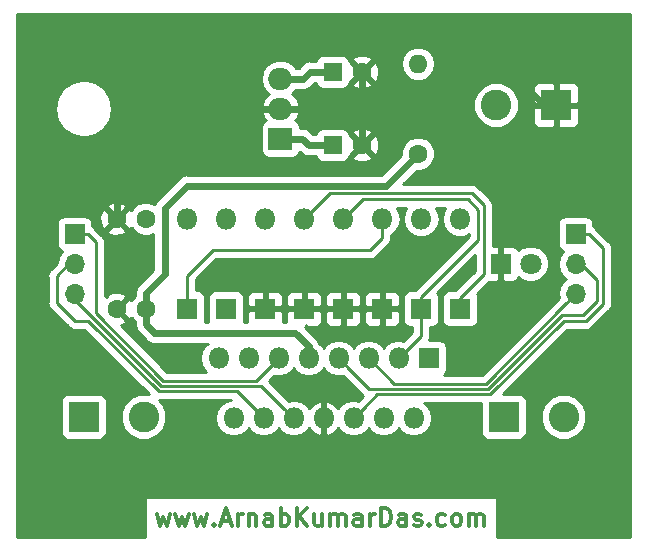
<source format=gbr>
G04 #@! TF.GenerationSoftware,KiCad,Pcbnew,(5.0.2)-1*
G04 #@! TF.CreationDate,2020-05-10T23:04:12+05:30*
G04 #@! TF.ProjectId,L298 Module,4c323938-204d-46f6-9475-6c652e6b6963,V1.0*
G04 #@! TF.SameCoordinates,Original*
G04 #@! TF.FileFunction,Copper,L1,Top*
G04 #@! TF.FilePolarity,Positive*
%FSLAX46Y46*%
G04 Gerber Fmt 4.6, Leading zero omitted, Abs format (unit mm)*
G04 Created by KiCad (PCBNEW (5.0.2)-1) date 05/10/20 23:04:12*
%MOMM*%
%LPD*%
G01*
G04 APERTURE LIST*
G04 #@! TA.AperFunction,NonConductor*
%ADD10C,0.300000*%
G04 #@! TD*
G04 #@! TA.AperFunction,ComponentPad*
%ADD11O,2.000000X1.905000*%
G04 #@! TD*
G04 #@! TA.AperFunction,ComponentPad*
%ADD12R,2.000000X1.905000*%
G04 #@! TD*
G04 #@! TA.AperFunction,ComponentPad*
%ADD13R,1.600000X1.600000*%
G04 #@! TD*
G04 #@! TA.AperFunction,ComponentPad*
%ADD14C,1.600000*%
G04 #@! TD*
G04 #@! TA.AperFunction,ComponentPad*
%ADD15R,1.800000X1.800000*%
G04 #@! TD*
G04 #@! TA.AperFunction,ComponentPad*
%ADD16C,1.800000*%
G04 #@! TD*
G04 #@! TA.AperFunction,ComponentPad*
%ADD17O,1.800000X1.800000*%
G04 #@! TD*
G04 #@! TA.AperFunction,ComponentPad*
%ADD18R,2.600000X2.600000*%
G04 #@! TD*
G04 #@! TA.AperFunction,ComponentPad*
%ADD19C,2.600000*%
G04 #@! TD*
G04 #@! TA.AperFunction,ComponentPad*
%ADD20R,1.700000X1.700000*%
G04 #@! TD*
G04 #@! TA.AperFunction,ComponentPad*
%ADD21O,1.700000X1.700000*%
G04 #@! TD*
G04 #@! TA.AperFunction,ComponentPad*
%ADD22O,1.600000X1.600000*%
G04 #@! TD*
G04 #@! TA.AperFunction,Conductor*
%ADD23C,0.600000*%
G04 #@! TD*
G04 #@! TA.AperFunction,Conductor*
%ADD24C,0.250000*%
G04 #@! TD*
G04 #@! TA.AperFunction,Conductor*
%ADD25C,0.254000*%
G04 #@! TD*
G04 APERTURE END LIST*
D10*
X131921576Y-117960990D02*
X132207290Y-118960990D01*
X132493005Y-118246704D01*
X132778719Y-118960990D01*
X133064433Y-117960990D01*
X133493005Y-117960990D02*
X133778719Y-118960990D01*
X134064433Y-118246704D01*
X134350148Y-118960990D01*
X134635862Y-117960990D01*
X135064433Y-117960990D02*
X135350148Y-118960990D01*
X135635862Y-118246704D01*
X135921576Y-118960990D01*
X136207290Y-117960990D01*
X136778719Y-118818133D02*
X136850148Y-118889561D01*
X136778719Y-118960990D01*
X136707290Y-118889561D01*
X136778719Y-118818133D01*
X136778719Y-118960990D01*
X137421576Y-118532419D02*
X138135862Y-118532419D01*
X137278719Y-118960990D02*
X137778719Y-117460990D01*
X138278719Y-118960990D01*
X138778719Y-118960990D02*
X138778719Y-117960990D01*
X138778719Y-118246704D02*
X138850148Y-118103847D01*
X138921576Y-118032419D01*
X139064433Y-117960990D01*
X139207290Y-117960990D01*
X139707290Y-117960990D02*
X139707290Y-118960990D01*
X139707290Y-118103847D02*
X139778719Y-118032419D01*
X139921576Y-117960990D01*
X140135862Y-117960990D01*
X140278719Y-118032419D01*
X140350148Y-118175276D01*
X140350148Y-118960990D01*
X141707290Y-118960990D02*
X141707290Y-118175276D01*
X141635862Y-118032419D01*
X141493005Y-117960990D01*
X141207290Y-117960990D01*
X141064433Y-118032419D01*
X141707290Y-118889561D02*
X141564433Y-118960990D01*
X141207290Y-118960990D01*
X141064433Y-118889561D01*
X140993005Y-118746704D01*
X140993005Y-118603847D01*
X141064433Y-118460990D01*
X141207290Y-118389561D01*
X141564433Y-118389561D01*
X141707290Y-118318133D01*
X142421576Y-118960990D02*
X142421576Y-117460990D01*
X142421576Y-118032419D02*
X142564433Y-117960990D01*
X142850148Y-117960990D01*
X142993005Y-118032419D01*
X143064433Y-118103847D01*
X143135862Y-118246704D01*
X143135862Y-118675276D01*
X143064433Y-118818133D01*
X142993005Y-118889561D01*
X142850148Y-118960990D01*
X142564433Y-118960990D01*
X142421576Y-118889561D01*
X143778719Y-118960990D02*
X143778719Y-117460990D01*
X144635862Y-118960990D02*
X143993005Y-118103847D01*
X144635862Y-117460990D02*
X143778719Y-118318133D01*
X145921576Y-117960990D02*
X145921576Y-118960990D01*
X145278719Y-117960990D02*
X145278719Y-118746704D01*
X145350148Y-118889561D01*
X145493005Y-118960990D01*
X145707290Y-118960990D01*
X145850148Y-118889561D01*
X145921576Y-118818133D01*
X146635862Y-118960990D02*
X146635862Y-117960990D01*
X146635862Y-118103847D02*
X146707290Y-118032419D01*
X146850148Y-117960990D01*
X147064433Y-117960990D01*
X147207290Y-118032419D01*
X147278719Y-118175276D01*
X147278719Y-118960990D01*
X147278719Y-118175276D02*
X147350148Y-118032419D01*
X147493005Y-117960990D01*
X147707290Y-117960990D01*
X147850148Y-118032419D01*
X147921576Y-118175276D01*
X147921576Y-118960990D01*
X149278719Y-118960990D02*
X149278719Y-118175276D01*
X149207290Y-118032419D01*
X149064433Y-117960990D01*
X148778719Y-117960990D01*
X148635862Y-118032419D01*
X149278719Y-118889561D02*
X149135862Y-118960990D01*
X148778719Y-118960990D01*
X148635862Y-118889561D01*
X148564433Y-118746704D01*
X148564433Y-118603847D01*
X148635862Y-118460990D01*
X148778719Y-118389561D01*
X149135862Y-118389561D01*
X149278719Y-118318133D01*
X149993005Y-118960990D02*
X149993005Y-117960990D01*
X149993005Y-118246704D02*
X150064433Y-118103847D01*
X150135862Y-118032419D01*
X150278719Y-117960990D01*
X150421576Y-117960990D01*
X150921576Y-118960990D02*
X150921576Y-117460990D01*
X151278719Y-117460990D01*
X151493005Y-117532419D01*
X151635862Y-117675276D01*
X151707290Y-117818133D01*
X151778719Y-118103847D01*
X151778719Y-118318133D01*
X151707290Y-118603847D01*
X151635862Y-118746704D01*
X151493005Y-118889561D01*
X151278719Y-118960990D01*
X150921576Y-118960990D01*
X153064433Y-118960990D02*
X153064433Y-118175276D01*
X152993005Y-118032419D01*
X152850148Y-117960990D01*
X152564433Y-117960990D01*
X152421576Y-118032419D01*
X153064433Y-118889561D02*
X152921576Y-118960990D01*
X152564433Y-118960990D01*
X152421576Y-118889561D01*
X152350148Y-118746704D01*
X152350148Y-118603847D01*
X152421576Y-118460990D01*
X152564433Y-118389561D01*
X152921576Y-118389561D01*
X153064433Y-118318133D01*
X153707290Y-118889561D02*
X153850148Y-118960990D01*
X154135862Y-118960990D01*
X154278719Y-118889561D01*
X154350148Y-118746704D01*
X154350148Y-118675276D01*
X154278719Y-118532419D01*
X154135862Y-118460990D01*
X153921576Y-118460990D01*
X153778719Y-118389561D01*
X153707290Y-118246704D01*
X153707290Y-118175276D01*
X153778719Y-118032419D01*
X153921576Y-117960990D01*
X154135862Y-117960990D01*
X154278719Y-118032419D01*
X154993005Y-118818133D02*
X155064433Y-118889561D01*
X154993005Y-118960990D01*
X154921576Y-118889561D01*
X154993005Y-118818133D01*
X154993005Y-118960990D01*
X156350148Y-118889561D02*
X156207290Y-118960990D01*
X155921576Y-118960990D01*
X155778719Y-118889561D01*
X155707290Y-118818133D01*
X155635862Y-118675276D01*
X155635862Y-118246704D01*
X155707290Y-118103847D01*
X155778719Y-118032419D01*
X155921576Y-117960990D01*
X156207290Y-117960990D01*
X156350148Y-118032419D01*
X157207290Y-118960990D02*
X157064433Y-118889561D01*
X156993005Y-118818133D01*
X156921576Y-118675276D01*
X156921576Y-118246704D01*
X156993005Y-118103847D01*
X157064433Y-118032419D01*
X157207290Y-117960990D01*
X157421576Y-117960990D01*
X157564433Y-118032419D01*
X157635862Y-118103847D01*
X157707290Y-118246704D01*
X157707290Y-118675276D01*
X157635862Y-118818133D01*
X157564433Y-118889561D01*
X157421576Y-118960990D01*
X157207290Y-118960990D01*
X158350148Y-118960990D02*
X158350148Y-117960990D01*
X158350148Y-118103847D02*
X158421576Y-118032419D01*
X158564433Y-117960990D01*
X158778719Y-117960990D01*
X158921576Y-118032419D01*
X158993005Y-118175276D01*
X158993005Y-118960990D01*
X158993005Y-118175276D02*
X159064433Y-118032419D01*
X159207290Y-117960990D01*
X159421576Y-117960990D01*
X159564433Y-118032419D01*
X159635862Y-118175276D01*
X159635862Y-118960990D01*
D11*
G04 #@! TO.P,U1,3*
G04 #@! TO.N,+5V*
X142400000Y-81104000D03*
G04 #@! TO.P,U1,2*
G04 #@! TO.N,GND*
X142400000Y-83644000D03*
D12*
G04 #@! TO.P,U1,1*
G04 #@! TO.N,+BATT*
X142400000Y-86184000D03*
G04 #@! TD*
D13*
G04 #@! TO.P,C1,1*
G04 #@! TO.N,+BATT*
X146812000Y-86741000D03*
D14*
G04 #@! TO.P,C1,2*
G04 #@! TO.N,GND*
X149312000Y-86741000D03*
G04 #@! TD*
G04 #@! TO.P,C2,2*
G04 #@! TO.N,GND*
X149312000Y-80518000D03*
D13*
G04 #@! TO.P,C2,1*
G04 #@! TO.N,+5V*
X146812000Y-80518000D03*
G04 #@! TD*
D14*
G04 #@! TO.P,C3,2*
G04 #@! TO.N,+5V*
X131024000Y-100584000D03*
G04 #@! TO.P,C3,1*
G04 #@! TO.N,GND*
X128524000Y-100584000D03*
G04 #@! TD*
G04 #@! TO.P,C4,1*
G04 #@! TO.N,GND*
X128524000Y-92964000D03*
G04 #@! TO.P,C4,2*
G04 #@! TO.N,+BATT*
X131024000Y-92964000D03*
G04 #@! TD*
D15*
G04 #@! TO.P,D1,1*
G04 #@! TO.N,GND*
X161036000Y-96774000D03*
D16*
G04 #@! TO.P,D1,2*
G04 #@! TO.N,Net-(D1-Pad2)*
X163576000Y-96774000D03*
G04 #@! TD*
D15*
G04 #@! TO.P,D2,1*
G04 #@! TO.N,Net-(D2-Pad1)*
X137795000Y-100584000D03*
D17*
G04 #@! TO.P,D2,2*
G04 #@! TO.N,+BATT*
X137795000Y-92964000D03*
G04 #@! TD*
G04 #@! TO.P,D3,2*
G04 #@! TO.N,Net-(D2-Pad1)*
X141097000Y-92964000D03*
D15*
G04 #@! TO.P,D3,1*
G04 #@! TO.N,GND*
X141097000Y-100584000D03*
G04 #@! TD*
D17*
G04 #@! TO.P,D4,2*
G04 #@! TO.N,+BATT*
X157607000Y-92964000D03*
D15*
G04 #@! TO.P,D4,1*
G04 #@! TO.N,Net-(D4-Pad1)*
X157607000Y-100584000D03*
G04 #@! TD*
G04 #@! TO.P,D5,1*
G04 #@! TO.N,GND*
X144399000Y-100584000D03*
D17*
G04 #@! TO.P,D5,2*
G04 #@! TO.N,Net-(D4-Pad1)*
X144399000Y-92964000D03*
G04 #@! TD*
D15*
G04 #@! TO.P,D6,1*
G04 #@! TO.N,Net-(D6-Pad1)*
X154305000Y-100584000D03*
D17*
G04 #@! TO.P,D6,2*
G04 #@! TO.N,+BATT*
X154305000Y-92964000D03*
G04 #@! TD*
G04 #@! TO.P,D7,2*
G04 #@! TO.N,Net-(D6-Pad1)*
X147701000Y-92964000D03*
D15*
G04 #@! TO.P,D7,1*
G04 #@! TO.N,GND*
X147701000Y-100584000D03*
G04 #@! TD*
D17*
G04 #@! TO.P,D8,2*
G04 #@! TO.N,+BATT*
X134493000Y-92964000D03*
D15*
G04 #@! TO.P,D8,1*
G04 #@! TO.N,Net-(D8-Pad1)*
X134493000Y-100584000D03*
G04 #@! TD*
G04 #@! TO.P,D9,1*
G04 #@! TO.N,GND*
X151003000Y-100584000D03*
D17*
G04 #@! TO.P,D9,2*
G04 #@! TO.N,Net-(D8-Pad1)*
X151003000Y-92964000D03*
G04 #@! TD*
D18*
G04 #@! TO.P,POWER,1*
G04 #@! TO.N,GND*
X165735000Y-83339000D03*
D19*
G04 #@! TO.P,POWER,2*
G04 #@! TO.N,+BATT*
X160655000Y-83339000D03*
G04 #@! TD*
D20*
G04 #@! TO.P,M1,1*
G04 #@! TO.N,Net-(J2-Pad1)*
X167386000Y-94249000D03*
D21*
G04 #@! TO.P,M1,2*
G04 #@! TO.N,Net-(J2-Pad2)*
X167386000Y-96789000D03*
G04 #@! TO.P,M1,3*
G04 #@! TO.N,Net-(J2-Pad3)*
X167386000Y-99329000D03*
G04 #@! TD*
G04 #@! TO.P,M2,3*
G04 #@! TO.N,Net-(J3-Pad3)*
X124968000Y-99329000D03*
G04 #@! TO.P,M2,2*
G04 #@! TO.N,Net-(J3-Pad2)*
X124968000Y-96789000D03*
D20*
G04 #@! TO.P,M2,1*
G04 #@! TO.N,Net-(J3-Pad1)*
X124968000Y-94249000D03*
G04 #@! TD*
D19*
G04 #@! TO.P,M1,2*
G04 #@! TO.N,Net-(D2-Pad1)*
X166370000Y-109728000D03*
D18*
G04 #@! TO.P,M1,1*
G04 #@! TO.N,Net-(D6-Pad1)*
X161290000Y-109728000D03*
G04 #@! TD*
G04 #@! TO.P,M2,1*
G04 #@! TO.N,Net-(D8-Pad1)*
X125730000Y-109728000D03*
D19*
G04 #@! TO.P,M2,2*
G04 #@! TO.N,Net-(D4-Pad1)*
X130810000Y-109728000D03*
G04 #@! TD*
D14*
G04 #@! TO.P,R1,1*
G04 #@! TO.N,+5V*
X154051000Y-87454000D03*
D22*
G04 #@! TO.P,R1,2*
G04 #@! TO.N,Net-(D1-Pad2)*
X154051000Y-79834000D03*
G04 #@! TD*
D15*
G04 #@! TO.P,L298,1*
G04 #@! TO.N,Net-(J6-Pad2)*
X154940000Y-104775000D03*
D17*
G04 #@! TO.P,L298,2*
G04 #@! TO.N,Net-(D2-Pad1)*
X153670000Y-109855000D03*
G04 #@! TO.P,L298,3*
G04 #@! TO.N,Net-(D6-Pad1)*
X152400000Y-104775000D03*
G04 #@! TO.P,L298,4*
G04 #@! TO.N,+BATT*
X151130000Y-109855000D03*
G04 #@! TO.P,L298,5*
G04 #@! TO.N,Net-(J2-Pad3)*
X149860000Y-104775000D03*
G04 #@! TO.P,L298,6*
G04 #@! TO.N,Net-(J2-Pad1)*
X148590000Y-109855000D03*
G04 #@! TO.P,L298,7*
G04 #@! TO.N,Net-(J2-Pad2)*
X147320000Y-104775000D03*
G04 #@! TO.P,L298,8*
G04 #@! TO.N,GND*
X146050000Y-109855000D03*
G04 #@! TO.P,L298,9*
G04 #@! TO.N,+5V*
X144780000Y-104775000D03*
G04 #@! TO.P,L298,10*
G04 #@! TO.N,Net-(J3-Pad3)*
X143510000Y-109855000D03*
G04 #@! TO.P,L298,11*
G04 #@! TO.N,Net-(J3-Pad1)*
X142240000Y-104775000D03*
G04 #@! TO.P,L298,12*
G04 #@! TO.N,Net-(J3-Pad2)*
X140970000Y-109855000D03*
G04 #@! TO.P,L298,13*
G04 #@! TO.N,Net-(D4-Pad1)*
X139700000Y-104775000D03*
G04 #@! TO.P,L298,14*
G04 #@! TO.N,Net-(D8-Pad1)*
X138430000Y-109855000D03*
G04 #@! TO.P,L298,15*
G04 #@! TO.N,Net-(J6-Pad1)*
X137160000Y-104775000D03*
G04 #@! TD*
D23*
G04 #@! TO.N,+BATT*
X144223000Y-86184000D02*
X142400000Y-86184000D01*
X146812000Y-86741000D02*
X144780000Y-86741000D01*
X144780000Y-86741000D02*
X144223000Y-86184000D01*
G04 #@! TO.N,GND*
X149312000Y-80137000D02*
X149312000Y-81268370D01*
X149263000Y-83644000D02*
X149312000Y-83693000D01*
X142400000Y-83644000D02*
X149263000Y-83644000D01*
X149312000Y-81268370D02*
X149312000Y-83693000D01*
X149312000Y-83693000D02*
X149312000Y-86741000D01*
X162179000Y-80772000D02*
X159004000Y-80772000D01*
X156083000Y-83693000D02*
X149312000Y-83693000D01*
X165735000Y-83339000D02*
X164746000Y-83339000D01*
X159004000Y-80772000D02*
X156083000Y-83693000D01*
X164746000Y-83339000D02*
X162179000Y-80772000D01*
X128524000Y-87249000D02*
X128524000Y-92964000D01*
X142400000Y-83644000D02*
X132129000Y-83644000D01*
X132129000Y-83644000D02*
X128524000Y-87249000D01*
G04 #@! TO.N,+5V*
X146431000Y-80518000D02*
X146812000Y-80137000D01*
X144907000Y-80518000D02*
X146431000Y-80518000D01*
X142400000Y-81104000D02*
X144321000Y-81104000D01*
X144321000Y-81104000D02*
X144907000Y-80518000D01*
X143637000Y-102616000D02*
X144780000Y-103759000D01*
X131728109Y-102616000D02*
X143637000Y-102616000D01*
X144780000Y-103759000D02*
X144780000Y-104775000D01*
X131024000Y-100584000D02*
X131024000Y-101911891D01*
X131024000Y-101911891D02*
X131728109Y-102616000D01*
X131024000Y-99227000D02*
X131024000Y-100584000D01*
X132588000Y-97663000D02*
X131024000Y-99227000D01*
X132588000Y-92076000D02*
X132588000Y-97663000D01*
X134494000Y-90170000D02*
X132588000Y-92076000D01*
X154051000Y-87454000D02*
X151335000Y-90170000D01*
X151335000Y-90170000D02*
X134494000Y-90170000D01*
D24*
G04 #@! TO.N,Net-(D4-Pad1)*
X145298999Y-92064001D02*
X144399000Y-92964000D01*
X157607000Y-99695000D02*
X159639000Y-97663000D01*
X159639000Y-91821000D02*
X158623000Y-90805000D01*
X158623000Y-90805000D02*
X146558000Y-90805000D01*
X157607000Y-100584000D02*
X157607000Y-99695000D01*
X159639000Y-97663000D02*
X159639000Y-91821000D01*
X146558000Y-90805000D02*
X145298999Y-92064001D01*
G04 #@! TO.N,Net-(D6-Pad1)*
X154305000Y-102870000D02*
X152400000Y-104775000D01*
X154305000Y-100584000D02*
X154305000Y-102870000D01*
X154305000Y-99568000D02*
X154305000Y-100584000D01*
X159131000Y-94742000D02*
X154305000Y-99568000D01*
X159131000Y-92202000D02*
X159131000Y-94742000D01*
X158242000Y-91313000D02*
X159131000Y-92202000D01*
X147701000Y-92964000D02*
X149352000Y-91313000D01*
X149352000Y-91313000D02*
X158242000Y-91313000D01*
G04 #@! TO.N,Net-(D8-Pad1)*
X134493000Y-97790000D02*
X134493000Y-100584000D01*
X136652000Y-95631000D02*
X134493000Y-97790000D01*
X149987000Y-95631000D02*
X136652000Y-95631000D01*
X151003000Y-92964000D02*
X151003000Y-94615000D01*
X151003000Y-94615000D02*
X149987000Y-95631000D01*
G04 #@! TO.N,Net-(J2-Pad1)*
X149489999Y-108955001D02*
X148590000Y-109855000D01*
X150610978Y-107834022D02*
X149489999Y-108955001D01*
X160153800Y-107834021D02*
X150610978Y-107834022D01*
X168486000Y-94249000D02*
X169672000Y-95435000D01*
X167386000Y-94249000D02*
X168486000Y-94249000D01*
X169672000Y-95435000D02*
X169672000Y-100203000D01*
X168275000Y-101600000D02*
X166387821Y-101600000D01*
X169672000Y-100203000D02*
X168275000Y-101600000D01*
X166387821Y-101600000D02*
X160153800Y-107834021D01*
G04 #@! TO.N,Net-(J2-Pad2)*
X148219999Y-105674999D02*
X147320000Y-104775000D01*
X159967400Y-107384010D02*
X149929011Y-107384011D01*
X166259410Y-101092000D02*
X159967400Y-107384010D01*
X167528000Y-96647000D02*
X167640000Y-96647000D01*
X167386000Y-96789000D02*
X167528000Y-96647000D01*
X169164000Y-99949000D02*
X168021000Y-101092000D01*
X167640000Y-96647000D02*
X169164000Y-98171000D01*
X149929011Y-107384011D02*
X148219999Y-105674999D01*
X169164000Y-98171000D02*
X169164000Y-99949000D01*
X168021000Y-101092000D02*
X166259410Y-101092000D01*
G04 #@! TO.N,Net-(J2-Pad3)*
X166536001Y-100178999D02*
X167386000Y-99329000D01*
X159781000Y-106934000D02*
X166536001Y-100178999D01*
X152019000Y-106934000D02*
X159781000Y-106934000D01*
X149860000Y-104775000D02*
X152019000Y-106934000D01*
G04 #@! TO.N,Net-(J3-Pad3)*
X142610001Y-108955001D02*
X143510000Y-109855000D01*
X132277421Y-107130011D02*
X140785011Y-107130011D01*
X140785011Y-107130011D02*
X142610001Y-108955001D01*
X124968000Y-99329000D02*
X124968000Y-99820590D01*
X124968000Y-99820590D02*
X132277421Y-107130011D01*
G04 #@! TO.N,Net-(J3-Pad2)*
X124445000Y-96789000D02*
X124968000Y-96789000D01*
X123444000Y-97790000D02*
X124445000Y-96789000D01*
X138695022Y-107580022D02*
X132091022Y-107580022D01*
X132091022Y-107580022D02*
X126111000Y-101600000D01*
X140970000Y-109855000D02*
X138695022Y-107580022D01*
X124968000Y-101600000D02*
X123444000Y-100076000D01*
X126111000Y-101600000D02*
X124968000Y-101600000D01*
X123444000Y-100076000D02*
X123444000Y-97790000D01*
G04 #@! TO.N,Net-(J3-Pad1)*
X126746000Y-94927000D02*
X126746000Y-100962180D01*
X132463820Y-106680000D02*
X140335000Y-106680000D01*
X126068000Y-94249000D02*
X126746000Y-94927000D01*
X141340001Y-105674999D02*
X142240000Y-104775000D01*
X140335000Y-106680000D02*
X141340001Y-105674999D01*
X124968000Y-94249000D02*
X126068000Y-94249000D01*
X126746000Y-100962180D02*
X132463820Y-106680000D01*
G04 #@! TD*
D25*
G04 #@! TO.N,GND*
G36*
X172010001Y-119940000D02*
X160778005Y-119940000D01*
X160778005Y-116492419D01*
X130922291Y-116492419D01*
X130922291Y-119940000D01*
X120090000Y-119940000D01*
X120090000Y-108428000D01*
X123782560Y-108428000D01*
X123782560Y-111028000D01*
X123831843Y-111275765D01*
X123972191Y-111485809D01*
X124182235Y-111626157D01*
X124430000Y-111675440D01*
X127030000Y-111675440D01*
X127277765Y-111626157D01*
X127487809Y-111485809D01*
X127628157Y-111275765D01*
X127677440Y-111028000D01*
X127677440Y-108428000D01*
X127628157Y-108180235D01*
X127487809Y-107970191D01*
X127277765Y-107829843D01*
X127030000Y-107780560D01*
X124430000Y-107780560D01*
X124182235Y-107829843D01*
X123972191Y-107970191D01*
X123831843Y-108180235D01*
X123782560Y-108428000D01*
X120090000Y-108428000D01*
X120090000Y-97790000D01*
X122669112Y-97790000D01*
X122684001Y-97864852D01*
X122684000Y-100001153D01*
X122669112Y-100076000D01*
X122684000Y-100150847D01*
X122684000Y-100150851D01*
X122728096Y-100372536D01*
X122896071Y-100623929D01*
X122959530Y-100666331D01*
X124377673Y-102084476D01*
X124420071Y-102147929D01*
X124483524Y-102190327D01*
X124483526Y-102190329D01*
X124574598Y-102251181D01*
X124671463Y-102315904D01*
X124893148Y-102360000D01*
X124893152Y-102360000D01*
X124967999Y-102374888D01*
X125042846Y-102360000D01*
X125796199Y-102360000D01*
X131253454Y-107817256D01*
X131194895Y-107793000D01*
X130425105Y-107793000D01*
X129713910Y-108087586D01*
X129169586Y-108631910D01*
X128875000Y-109343105D01*
X128875000Y-110112895D01*
X129169586Y-110824090D01*
X129713910Y-111368414D01*
X130425105Y-111663000D01*
X131194895Y-111663000D01*
X131906090Y-111368414D01*
X132450414Y-110824090D01*
X132745000Y-110112895D01*
X132745000Y-109343105D01*
X132450414Y-108631910D01*
X132159744Y-108341240D01*
X132165868Y-108340022D01*
X138178161Y-108340022D01*
X137831073Y-108409062D01*
X137323327Y-108748327D01*
X136984062Y-109256073D01*
X136864928Y-109855000D01*
X136984062Y-110453927D01*
X137323327Y-110961673D01*
X137831073Y-111300938D01*
X138278818Y-111390000D01*
X138581182Y-111390000D01*
X139028927Y-111300938D01*
X139536673Y-110961673D01*
X139700000Y-110717237D01*
X139863327Y-110961673D01*
X140371073Y-111300938D01*
X140818818Y-111390000D01*
X141121182Y-111390000D01*
X141568927Y-111300938D01*
X142076673Y-110961673D01*
X142240000Y-110717237D01*
X142403327Y-110961673D01*
X142911073Y-111300938D01*
X143358818Y-111390000D01*
X143661182Y-111390000D01*
X144108927Y-111300938D01*
X144616673Y-110961673D01*
X144787624Y-110705826D01*
X145142424Y-111092966D01*
X145685258Y-111346046D01*
X145923000Y-111225997D01*
X145923000Y-109982000D01*
X145903000Y-109982000D01*
X145903000Y-109728000D01*
X145923000Y-109728000D01*
X145923000Y-108484003D01*
X145685258Y-108363954D01*
X145142424Y-108617034D01*
X144787624Y-109004174D01*
X144616673Y-108748327D01*
X144108927Y-108409062D01*
X143661182Y-108320000D01*
X143358818Y-108320000D01*
X143101071Y-108371269D01*
X141409801Y-106680000D01*
X141831071Y-106258731D01*
X142088818Y-106310000D01*
X142391182Y-106310000D01*
X142838927Y-106220938D01*
X143346673Y-105881673D01*
X143510000Y-105637237D01*
X143673327Y-105881673D01*
X144181073Y-106220938D01*
X144628818Y-106310000D01*
X144931182Y-106310000D01*
X145378927Y-106220938D01*
X145886673Y-105881673D01*
X146050000Y-105637237D01*
X146213327Y-105881673D01*
X146721073Y-106220938D01*
X147168818Y-106310000D01*
X147471182Y-106310000D01*
X147728929Y-106258731D01*
X147735526Y-106265328D01*
X147735529Y-106265330D01*
X149338685Y-107868487D01*
X149381083Y-107931940D01*
X149415357Y-107954841D01*
X149005529Y-108364670D01*
X149005526Y-108364672D01*
X148998929Y-108371269D01*
X148741182Y-108320000D01*
X148438818Y-108320000D01*
X147991073Y-108409062D01*
X147483327Y-108748327D01*
X147312376Y-109004174D01*
X146957576Y-108617034D01*
X146414742Y-108363954D01*
X146177000Y-108484003D01*
X146177000Y-109728000D01*
X146197000Y-109728000D01*
X146197000Y-109982000D01*
X146177000Y-109982000D01*
X146177000Y-111225997D01*
X146414742Y-111346046D01*
X146957576Y-111092966D01*
X147312376Y-110705826D01*
X147483327Y-110961673D01*
X147991073Y-111300938D01*
X148438818Y-111390000D01*
X148741182Y-111390000D01*
X149188927Y-111300938D01*
X149696673Y-110961673D01*
X149860000Y-110717237D01*
X150023327Y-110961673D01*
X150531073Y-111300938D01*
X150978818Y-111390000D01*
X151281182Y-111390000D01*
X151728927Y-111300938D01*
X152236673Y-110961673D01*
X152400000Y-110717237D01*
X152563327Y-110961673D01*
X153071073Y-111300938D01*
X153518818Y-111390000D01*
X153821182Y-111390000D01*
X154268927Y-111300938D01*
X154776673Y-110961673D01*
X155115938Y-110453927D01*
X155235072Y-109855000D01*
X155115938Y-109256073D01*
X154776673Y-108748327D01*
X154545738Y-108594021D01*
X159342560Y-108594020D01*
X159342560Y-111028000D01*
X159391843Y-111275765D01*
X159532191Y-111485809D01*
X159742235Y-111626157D01*
X159990000Y-111675440D01*
X162590000Y-111675440D01*
X162837765Y-111626157D01*
X163047809Y-111485809D01*
X163188157Y-111275765D01*
X163237440Y-111028000D01*
X163237440Y-109343105D01*
X164435000Y-109343105D01*
X164435000Y-110112895D01*
X164729586Y-110824090D01*
X165273910Y-111368414D01*
X165985105Y-111663000D01*
X166754895Y-111663000D01*
X167466090Y-111368414D01*
X168010414Y-110824090D01*
X168305000Y-110112895D01*
X168305000Y-109343105D01*
X168010414Y-108631910D01*
X167466090Y-108087586D01*
X166754895Y-107793000D01*
X165985105Y-107793000D01*
X165273910Y-108087586D01*
X164729586Y-108631910D01*
X164435000Y-109343105D01*
X163237440Y-109343105D01*
X163237440Y-108428000D01*
X163188157Y-108180235D01*
X163047809Y-107970191D01*
X162837765Y-107829843D01*
X162590000Y-107780560D01*
X161282062Y-107780560D01*
X166702623Y-102360000D01*
X168200153Y-102360000D01*
X168275000Y-102374888D01*
X168349847Y-102360000D01*
X168349852Y-102360000D01*
X168571537Y-102315904D01*
X168822929Y-102147929D01*
X168865331Y-102084470D01*
X170156476Y-100793327D01*
X170219929Y-100750929D01*
X170262327Y-100687476D01*
X170262329Y-100687474D01*
X170387903Y-100499538D01*
X170387904Y-100499537D01*
X170432000Y-100277852D01*
X170432000Y-100277848D01*
X170446888Y-100203001D01*
X170432000Y-100128154D01*
X170432000Y-95509846D01*
X170446888Y-95434999D01*
X170432000Y-95360152D01*
X170432000Y-95360148D01*
X170387904Y-95138463D01*
X170219929Y-94887071D01*
X170156473Y-94844671D01*
X169076331Y-93764530D01*
X169033929Y-93701071D01*
X168883440Y-93600517D01*
X168883440Y-93399000D01*
X168834157Y-93151235D01*
X168693809Y-92941191D01*
X168483765Y-92800843D01*
X168236000Y-92751560D01*
X166536000Y-92751560D01*
X166288235Y-92800843D01*
X166078191Y-92941191D01*
X165937843Y-93151235D01*
X165888560Y-93399000D01*
X165888560Y-95099000D01*
X165937843Y-95346765D01*
X166078191Y-95556809D01*
X166288235Y-95697157D01*
X166333619Y-95706184D01*
X166315375Y-95718375D01*
X165987161Y-96209582D01*
X165871908Y-96789000D01*
X165987161Y-97368418D01*
X166315375Y-97859625D01*
X166613761Y-98059000D01*
X166315375Y-98258375D01*
X165987161Y-98749582D01*
X165871908Y-99329000D01*
X165944791Y-99695407D01*
X159466199Y-106174000D01*
X156236163Y-106174000D01*
X156297809Y-106132809D01*
X156438157Y-105922765D01*
X156487440Y-105675000D01*
X156487440Y-103875000D01*
X156438157Y-103627235D01*
X156297809Y-103417191D01*
X156087765Y-103276843D01*
X155840000Y-103227560D01*
X154980130Y-103227560D01*
X155020904Y-103166538D01*
X155037142Y-103084903D01*
X155065000Y-102944852D01*
X155065000Y-102944848D01*
X155079888Y-102870000D01*
X155065000Y-102795152D01*
X155065000Y-102131440D01*
X155205000Y-102131440D01*
X155452765Y-102082157D01*
X155662809Y-101941809D01*
X155803157Y-101731765D01*
X155852440Y-101484000D01*
X155852440Y-99684000D01*
X155803157Y-99436235D01*
X155686362Y-99261440D01*
X158879000Y-96068802D01*
X158879000Y-97348198D01*
X157190639Y-99036560D01*
X156707000Y-99036560D01*
X156459235Y-99085843D01*
X156249191Y-99226191D01*
X156108843Y-99436235D01*
X156059560Y-99684000D01*
X156059560Y-101484000D01*
X156108843Y-101731765D01*
X156249191Y-101941809D01*
X156459235Y-102082157D01*
X156707000Y-102131440D01*
X158507000Y-102131440D01*
X158754765Y-102082157D01*
X158964809Y-101941809D01*
X159105157Y-101731765D01*
X159154440Y-101484000D01*
X159154440Y-99684000D01*
X159105157Y-99436235D01*
X159039231Y-99337570D01*
X160067802Y-98309000D01*
X160750250Y-98309000D01*
X160909000Y-98150250D01*
X160909000Y-96901000D01*
X160889000Y-96901000D01*
X160889000Y-96647000D01*
X160909000Y-96647000D01*
X160909000Y-95397750D01*
X161163000Y-95397750D01*
X161163000Y-96647000D01*
X161183000Y-96647000D01*
X161183000Y-96901000D01*
X161163000Y-96901000D01*
X161163000Y-98150250D01*
X161321750Y-98309000D01*
X162062309Y-98309000D01*
X162295698Y-98212327D01*
X162474327Y-98033699D01*
X162530139Y-97898956D01*
X162706493Y-98075310D01*
X163270670Y-98309000D01*
X163881330Y-98309000D01*
X164445507Y-98075310D01*
X164877310Y-97643507D01*
X165111000Y-97079330D01*
X165111000Y-96468670D01*
X164877310Y-95904493D01*
X164445507Y-95472690D01*
X163881330Y-95239000D01*
X163270670Y-95239000D01*
X162706493Y-95472690D01*
X162530139Y-95649044D01*
X162474327Y-95514301D01*
X162295698Y-95335673D01*
X162062309Y-95239000D01*
X161321750Y-95239000D01*
X161163000Y-95397750D01*
X160909000Y-95397750D01*
X160750250Y-95239000D01*
X160399000Y-95239000D01*
X160399000Y-91895847D01*
X160413888Y-91821000D01*
X160399000Y-91746153D01*
X160399000Y-91746148D01*
X160354904Y-91524463D01*
X160186929Y-91273071D01*
X160123473Y-91230671D01*
X159213331Y-90320530D01*
X159170929Y-90257071D01*
X158919537Y-90089096D01*
X158697852Y-90045000D01*
X158697847Y-90045000D01*
X158623000Y-90030112D01*
X158548153Y-90045000D01*
X152782289Y-90045000D01*
X153938290Y-88889000D01*
X154336439Y-88889000D01*
X154863862Y-88670534D01*
X155267534Y-88266862D01*
X155486000Y-87739439D01*
X155486000Y-87168561D01*
X155267534Y-86641138D01*
X154863862Y-86237466D01*
X154336439Y-86019000D01*
X153765561Y-86019000D01*
X153238138Y-86237466D01*
X152834466Y-86641138D01*
X152616000Y-87168561D01*
X152616000Y-87566710D01*
X150947711Y-89235000D01*
X134586085Y-89235000D01*
X134493999Y-89216683D01*
X134129181Y-89289250D01*
X133819903Y-89495903D01*
X133767741Y-89573969D01*
X131991972Y-91349739D01*
X131913903Y-91401903D01*
X131775167Y-91609537D01*
X131716358Y-91697551D01*
X131309439Y-91529000D01*
X130738561Y-91529000D01*
X130211138Y-91747466D01*
X129807466Y-92151138D01*
X129780475Y-92216299D01*
X129777864Y-92209995D01*
X129531745Y-92135861D01*
X128703605Y-92964000D01*
X129531745Y-93792139D01*
X129777864Y-93718005D01*
X129780290Y-93711254D01*
X129807466Y-93776862D01*
X130211138Y-94180534D01*
X130738561Y-94399000D01*
X131309439Y-94399000D01*
X131653000Y-94256692D01*
X131653001Y-97275709D01*
X130427972Y-98500739D01*
X130349903Y-98552903D01*
X130189402Y-98793111D01*
X130143250Y-98862182D01*
X130070683Y-99227000D01*
X130089000Y-99319086D01*
X130089000Y-99489604D01*
X129807466Y-99771138D01*
X129780475Y-99836299D01*
X129777864Y-99829995D01*
X129531745Y-99755861D01*
X128703605Y-100584000D01*
X129531745Y-101412139D01*
X129777864Y-101338005D01*
X129780290Y-101331254D01*
X129807466Y-101396862D01*
X130089001Y-101678397D01*
X130089001Y-101819801D01*
X130070683Y-101911891D01*
X130143250Y-102276709D01*
X130208851Y-102374888D01*
X130349904Y-102585988D01*
X130427970Y-102638150D01*
X131001850Y-103212030D01*
X131054012Y-103290097D01*
X131363290Y-103496750D01*
X131636023Y-103551000D01*
X131636027Y-103551000D01*
X131728108Y-103569316D01*
X131820189Y-103551000D01*
X136228919Y-103551000D01*
X136053327Y-103668327D01*
X135714062Y-104176073D01*
X135594928Y-104775000D01*
X135714062Y-105373927D01*
X136053327Y-105881673D01*
X136110687Y-105920000D01*
X132778622Y-105920000D01*
X128863084Y-102004463D01*
X128877454Y-102003778D01*
X129278005Y-101837864D01*
X129352139Y-101591745D01*
X128524000Y-100763605D01*
X128509858Y-100777748D01*
X128330253Y-100598143D01*
X128344395Y-100584000D01*
X128330252Y-100569858D01*
X128509858Y-100390252D01*
X128524000Y-100404395D01*
X129352139Y-99576255D01*
X129278005Y-99330136D01*
X128740777Y-99137035D01*
X128170546Y-99164222D01*
X127769995Y-99330136D01*
X127695861Y-99576253D01*
X127580986Y-99461378D01*
X127506000Y-99536364D01*
X127506000Y-95001848D01*
X127520888Y-94927000D01*
X127506000Y-94852152D01*
X127506000Y-94852148D01*
X127461904Y-94630463D01*
X127461904Y-94630462D01*
X127336329Y-94442527D01*
X127293929Y-94379071D01*
X127230473Y-94336671D01*
X126865547Y-93971745D01*
X127695861Y-93971745D01*
X127769995Y-94217864D01*
X128307223Y-94410965D01*
X128877454Y-94383778D01*
X129278005Y-94217864D01*
X129352139Y-93971745D01*
X128524000Y-93143605D01*
X127695861Y-93971745D01*
X126865547Y-93971745D01*
X126658331Y-93764530D01*
X126615929Y-93701071D01*
X126465440Y-93600517D01*
X126465440Y-93399000D01*
X126416157Y-93151235D01*
X126275809Y-92941191D01*
X126065765Y-92800843D01*
X125818000Y-92751560D01*
X124118000Y-92751560D01*
X123870235Y-92800843D01*
X123660191Y-92941191D01*
X123519843Y-93151235D01*
X123470560Y-93399000D01*
X123470560Y-95099000D01*
X123519843Y-95346765D01*
X123660191Y-95556809D01*
X123870235Y-95697157D01*
X123915619Y-95706184D01*
X123897375Y-95718375D01*
X123569161Y-96209582D01*
X123474693Y-96684505D01*
X122959528Y-97199671D01*
X122896072Y-97242071D01*
X122853672Y-97305527D01*
X122853671Y-97305528D01*
X122728097Y-97493463D01*
X122669112Y-97790000D01*
X120090000Y-97790000D01*
X120090000Y-92747223D01*
X127077035Y-92747223D01*
X127104222Y-93317454D01*
X127270136Y-93718005D01*
X127516255Y-93792139D01*
X128344395Y-92964000D01*
X127516255Y-92135861D01*
X127270136Y-92209995D01*
X127077035Y-92747223D01*
X120090000Y-92747223D01*
X120090000Y-91956255D01*
X127695861Y-91956255D01*
X128524000Y-92784395D01*
X129352139Y-91956255D01*
X129278005Y-91710136D01*
X128740777Y-91517035D01*
X128170546Y-91544222D01*
X127769995Y-91710136D01*
X127695861Y-91956255D01*
X120090000Y-91956255D01*
X120090000Y-83644000D01*
X123308276Y-83644000D01*
X123493380Y-84574580D01*
X124020511Y-85363489D01*
X124809420Y-85890620D01*
X125505103Y-86029000D01*
X125974897Y-86029000D01*
X126670580Y-85890620D01*
X127459489Y-85363489D01*
X127547681Y-85231500D01*
X140752560Y-85231500D01*
X140752560Y-87136500D01*
X140801843Y-87384265D01*
X140942191Y-87594309D01*
X141152235Y-87734657D01*
X141400000Y-87783940D01*
X143400000Y-87783940D01*
X143647765Y-87734657D01*
X143857809Y-87594309D01*
X143998157Y-87384265D01*
X144015216Y-87298505D01*
X144053739Y-87337028D01*
X144105903Y-87415097D01*
X144336443Y-87569139D01*
X144415181Y-87621750D01*
X144780000Y-87694317D01*
X144872086Y-87676000D01*
X145391413Y-87676000D01*
X145413843Y-87788765D01*
X145554191Y-87998809D01*
X145764235Y-88139157D01*
X146012000Y-88188440D01*
X147612000Y-88188440D01*
X147859765Y-88139157D01*
X148069809Y-87998809D01*
X148210157Y-87788765D01*
X148218117Y-87748745D01*
X148483861Y-87748745D01*
X148557995Y-87994864D01*
X149095223Y-88187965D01*
X149665454Y-88160778D01*
X150066005Y-87994864D01*
X150140139Y-87748745D01*
X149312000Y-86920605D01*
X148483861Y-87748745D01*
X148218117Y-87748745D01*
X148256693Y-87554813D01*
X148304255Y-87569139D01*
X149132395Y-86741000D01*
X149491605Y-86741000D01*
X150319745Y-87569139D01*
X150565864Y-87495005D01*
X150758965Y-86957777D01*
X150731778Y-86387546D01*
X150565864Y-85986995D01*
X150319745Y-85912861D01*
X149491605Y-86741000D01*
X149132395Y-86741000D01*
X148304255Y-85912861D01*
X148256693Y-85927187D01*
X148218118Y-85733255D01*
X148483861Y-85733255D01*
X149312000Y-86561395D01*
X150140139Y-85733255D01*
X150066005Y-85487136D01*
X149528777Y-85294035D01*
X148958546Y-85321222D01*
X148557995Y-85487136D01*
X148483861Y-85733255D01*
X148218118Y-85733255D01*
X148210157Y-85693235D01*
X148069809Y-85483191D01*
X147859765Y-85342843D01*
X147612000Y-85293560D01*
X146012000Y-85293560D01*
X145764235Y-85342843D01*
X145554191Y-85483191D01*
X145413843Y-85693235D01*
X145391413Y-85806000D01*
X145167289Y-85806000D01*
X144949261Y-85587972D01*
X144897097Y-85509903D01*
X144587819Y-85303250D01*
X144315086Y-85249000D01*
X144223000Y-85230683D01*
X144130914Y-85249000D01*
X144047440Y-85249000D01*
X144047440Y-85231500D01*
X143998157Y-84983735D01*
X143857809Y-84773691D01*
X143652857Y-84636745D01*
X143775973Y-84510924D01*
X143990563Y-84016980D01*
X143870594Y-83771000D01*
X142527000Y-83771000D01*
X142527000Y-83791000D01*
X142273000Y-83791000D01*
X142273000Y-83771000D01*
X140929406Y-83771000D01*
X140809437Y-84016980D01*
X141024027Y-84510924D01*
X141147143Y-84636745D01*
X140942191Y-84773691D01*
X140801843Y-84983735D01*
X140752560Y-85231500D01*
X127547681Y-85231500D01*
X127986620Y-84574580D01*
X128171724Y-83644000D01*
X127986620Y-82713420D01*
X127459489Y-81924511D01*
X126670580Y-81397380D01*
X125974897Y-81259000D01*
X125505103Y-81259000D01*
X124809420Y-81397380D01*
X124020511Y-81924511D01*
X123493380Y-82713420D01*
X123308276Y-83644000D01*
X120090000Y-83644000D01*
X120090000Y-81104000D01*
X140733900Y-81104000D01*
X140857109Y-81723411D01*
X141207977Y-82248523D01*
X141409474Y-82383159D01*
X141024027Y-82777076D01*
X140809437Y-83271020D01*
X140929406Y-83517000D01*
X142273000Y-83517000D01*
X142273000Y-83497000D01*
X142527000Y-83497000D01*
X142527000Y-83517000D01*
X143870594Y-83517000D01*
X143990563Y-83271020D01*
X143852882Y-82954105D01*
X158720000Y-82954105D01*
X158720000Y-83723895D01*
X159014586Y-84435090D01*
X159558910Y-84979414D01*
X160270105Y-85274000D01*
X161039895Y-85274000D01*
X161751090Y-84979414D01*
X162295414Y-84435090D01*
X162590000Y-83723895D01*
X162590000Y-83624750D01*
X163800000Y-83624750D01*
X163800000Y-84765310D01*
X163896673Y-84998699D01*
X164075302Y-85177327D01*
X164308691Y-85274000D01*
X165449250Y-85274000D01*
X165608000Y-85115250D01*
X165608000Y-83466000D01*
X165862000Y-83466000D01*
X165862000Y-85115250D01*
X166020750Y-85274000D01*
X167161309Y-85274000D01*
X167394698Y-85177327D01*
X167573327Y-84998699D01*
X167670000Y-84765310D01*
X167670000Y-83624750D01*
X167511250Y-83466000D01*
X165862000Y-83466000D01*
X165608000Y-83466000D01*
X163958750Y-83466000D01*
X163800000Y-83624750D01*
X162590000Y-83624750D01*
X162590000Y-82954105D01*
X162295414Y-82242910D01*
X161965194Y-81912690D01*
X163800000Y-81912690D01*
X163800000Y-83053250D01*
X163958750Y-83212000D01*
X165608000Y-83212000D01*
X165608000Y-81562750D01*
X165862000Y-81562750D01*
X165862000Y-83212000D01*
X167511250Y-83212000D01*
X167670000Y-83053250D01*
X167670000Y-81912690D01*
X167573327Y-81679301D01*
X167394698Y-81500673D01*
X167161309Y-81404000D01*
X166020750Y-81404000D01*
X165862000Y-81562750D01*
X165608000Y-81562750D01*
X165449250Y-81404000D01*
X164308691Y-81404000D01*
X164075302Y-81500673D01*
X163896673Y-81679301D01*
X163800000Y-81912690D01*
X161965194Y-81912690D01*
X161751090Y-81698586D01*
X161039895Y-81404000D01*
X160270105Y-81404000D01*
X159558910Y-81698586D01*
X159014586Y-82242910D01*
X158720000Y-82954105D01*
X143852882Y-82954105D01*
X143775973Y-82777076D01*
X143390526Y-82383159D01*
X143592023Y-82248523D01*
X143732022Y-82039000D01*
X144228914Y-82039000D01*
X144321000Y-82057317D01*
X144413086Y-82039000D01*
X144685819Y-81984750D01*
X144995097Y-81778097D01*
X145047261Y-81700028D01*
X145294289Y-81453000D01*
X145391413Y-81453000D01*
X145413843Y-81565765D01*
X145554191Y-81775809D01*
X145764235Y-81916157D01*
X146012000Y-81965440D01*
X147612000Y-81965440D01*
X147859765Y-81916157D01*
X148069809Y-81775809D01*
X148210157Y-81565765D01*
X148218117Y-81525745D01*
X148483861Y-81525745D01*
X148557995Y-81771864D01*
X149095223Y-81964965D01*
X149665454Y-81937778D01*
X150066005Y-81771864D01*
X150140139Y-81525745D01*
X149312000Y-80697605D01*
X148483861Y-81525745D01*
X148218117Y-81525745D01*
X148256693Y-81331813D01*
X148304255Y-81346139D01*
X149132395Y-80518000D01*
X149491605Y-80518000D01*
X150319745Y-81346139D01*
X150565864Y-81272005D01*
X150758965Y-80734777D01*
X150731778Y-80164546D01*
X150594862Y-79834000D01*
X152587887Y-79834000D01*
X152699260Y-80393909D01*
X153016423Y-80868577D01*
X153491091Y-81185740D01*
X153909667Y-81269000D01*
X154192333Y-81269000D01*
X154610909Y-81185740D01*
X155085577Y-80868577D01*
X155402740Y-80393909D01*
X155514113Y-79834000D01*
X155402740Y-79274091D01*
X155085577Y-78799423D01*
X154610909Y-78482260D01*
X154192333Y-78399000D01*
X153909667Y-78399000D01*
X153491091Y-78482260D01*
X153016423Y-78799423D01*
X152699260Y-79274091D01*
X152587887Y-79834000D01*
X150594862Y-79834000D01*
X150565864Y-79763995D01*
X150319745Y-79689861D01*
X149491605Y-80518000D01*
X149132395Y-80518000D01*
X148304255Y-79689861D01*
X148256693Y-79704187D01*
X148218118Y-79510255D01*
X148483861Y-79510255D01*
X149312000Y-80338395D01*
X150140139Y-79510255D01*
X150066005Y-79264136D01*
X149528777Y-79071035D01*
X148958546Y-79098222D01*
X148557995Y-79264136D01*
X148483861Y-79510255D01*
X148218118Y-79510255D01*
X148210157Y-79470235D01*
X148069809Y-79260191D01*
X147859765Y-79119843D01*
X147612000Y-79070560D01*
X146012000Y-79070560D01*
X145764235Y-79119843D01*
X145554191Y-79260191D01*
X145413843Y-79470235D01*
X145391413Y-79583000D01*
X144999085Y-79583000D01*
X144906999Y-79564683D01*
X144686169Y-79608609D01*
X144542181Y-79637250D01*
X144232903Y-79843903D01*
X144180739Y-79921972D01*
X143933711Y-80169000D01*
X143732022Y-80169000D01*
X143592023Y-79959477D01*
X143066911Y-79608609D01*
X142603850Y-79516500D01*
X142196150Y-79516500D01*
X141733089Y-79608609D01*
X141207977Y-79959477D01*
X140857109Y-80484589D01*
X140733900Y-81104000D01*
X120090000Y-81104000D01*
X120090000Y-75640000D01*
X172010000Y-75640000D01*
X172010001Y-119940000D01*
X172010001Y-119940000D01*
G37*
X172010001Y-119940000D02*
X160778005Y-119940000D01*
X160778005Y-116492419D01*
X130922291Y-116492419D01*
X130922291Y-119940000D01*
X120090000Y-119940000D01*
X120090000Y-108428000D01*
X123782560Y-108428000D01*
X123782560Y-111028000D01*
X123831843Y-111275765D01*
X123972191Y-111485809D01*
X124182235Y-111626157D01*
X124430000Y-111675440D01*
X127030000Y-111675440D01*
X127277765Y-111626157D01*
X127487809Y-111485809D01*
X127628157Y-111275765D01*
X127677440Y-111028000D01*
X127677440Y-108428000D01*
X127628157Y-108180235D01*
X127487809Y-107970191D01*
X127277765Y-107829843D01*
X127030000Y-107780560D01*
X124430000Y-107780560D01*
X124182235Y-107829843D01*
X123972191Y-107970191D01*
X123831843Y-108180235D01*
X123782560Y-108428000D01*
X120090000Y-108428000D01*
X120090000Y-97790000D01*
X122669112Y-97790000D01*
X122684001Y-97864852D01*
X122684000Y-100001153D01*
X122669112Y-100076000D01*
X122684000Y-100150847D01*
X122684000Y-100150851D01*
X122728096Y-100372536D01*
X122896071Y-100623929D01*
X122959530Y-100666331D01*
X124377673Y-102084476D01*
X124420071Y-102147929D01*
X124483524Y-102190327D01*
X124483526Y-102190329D01*
X124574598Y-102251181D01*
X124671463Y-102315904D01*
X124893148Y-102360000D01*
X124893152Y-102360000D01*
X124967999Y-102374888D01*
X125042846Y-102360000D01*
X125796199Y-102360000D01*
X131253454Y-107817256D01*
X131194895Y-107793000D01*
X130425105Y-107793000D01*
X129713910Y-108087586D01*
X129169586Y-108631910D01*
X128875000Y-109343105D01*
X128875000Y-110112895D01*
X129169586Y-110824090D01*
X129713910Y-111368414D01*
X130425105Y-111663000D01*
X131194895Y-111663000D01*
X131906090Y-111368414D01*
X132450414Y-110824090D01*
X132745000Y-110112895D01*
X132745000Y-109343105D01*
X132450414Y-108631910D01*
X132159744Y-108341240D01*
X132165868Y-108340022D01*
X138178161Y-108340022D01*
X137831073Y-108409062D01*
X137323327Y-108748327D01*
X136984062Y-109256073D01*
X136864928Y-109855000D01*
X136984062Y-110453927D01*
X137323327Y-110961673D01*
X137831073Y-111300938D01*
X138278818Y-111390000D01*
X138581182Y-111390000D01*
X139028927Y-111300938D01*
X139536673Y-110961673D01*
X139700000Y-110717237D01*
X139863327Y-110961673D01*
X140371073Y-111300938D01*
X140818818Y-111390000D01*
X141121182Y-111390000D01*
X141568927Y-111300938D01*
X142076673Y-110961673D01*
X142240000Y-110717237D01*
X142403327Y-110961673D01*
X142911073Y-111300938D01*
X143358818Y-111390000D01*
X143661182Y-111390000D01*
X144108927Y-111300938D01*
X144616673Y-110961673D01*
X144787624Y-110705826D01*
X145142424Y-111092966D01*
X145685258Y-111346046D01*
X145923000Y-111225997D01*
X145923000Y-109982000D01*
X145903000Y-109982000D01*
X145903000Y-109728000D01*
X145923000Y-109728000D01*
X145923000Y-108484003D01*
X145685258Y-108363954D01*
X145142424Y-108617034D01*
X144787624Y-109004174D01*
X144616673Y-108748327D01*
X144108927Y-108409062D01*
X143661182Y-108320000D01*
X143358818Y-108320000D01*
X143101071Y-108371269D01*
X141409801Y-106680000D01*
X141831071Y-106258731D01*
X142088818Y-106310000D01*
X142391182Y-106310000D01*
X142838927Y-106220938D01*
X143346673Y-105881673D01*
X143510000Y-105637237D01*
X143673327Y-105881673D01*
X144181073Y-106220938D01*
X144628818Y-106310000D01*
X144931182Y-106310000D01*
X145378927Y-106220938D01*
X145886673Y-105881673D01*
X146050000Y-105637237D01*
X146213327Y-105881673D01*
X146721073Y-106220938D01*
X147168818Y-106310000D01*
X147471182Y-106310000D01*
X147728929Y-106258731D01*
X147735526Y-106265328D01*
X147735529Y-106265330D01*
X149338685Y-107868487D01*
X149381083Y-107931940D01*
X149415357Y-107954841D01*
X149005529Y-108364670D01*
X149005526Y-108364672D01*
X148998929Y-108371269D01*
X148741182Y-108320000D01*
X148438818Y-108320000D01*
X147991073Y-108409062D01*
X147483327Y-108748327D01*
X147312376Y-109004174D01*
X146957576Y-108617034D01*
X146414742Y-108363954D01*
X146177000Y-108484003D01*
X146177000Y-109728000D01*
X146197000Y-109728000D01*
X146197000Y-109982000D01*
X146177000Y-109982000D01*
X146177000Y-111225997D01*
X146414742Y-111346046D01*
X146957576Y-111092966D01*
X147312376Y-110705826D01*
X147483327Y-110961673D01*
X147991073Y-111300938D01*
X148438818Y-111390000D01*
X148741182Y-111390000D01*
X149188927Y-111300938D01*
X149696673Y-110961673D01*
X149860000Y-110717237D01*
X150023327Y-110961673D01*
X150531073Y-111300938D01*
X150978818Y-111390000D01*
X151281182Y-111390000D01*
X151728927Y-111300938D01*
X152236673Y-110961673D01*
X152400000Y-110717237D01*
X152563327Y-110961673D01*
X153071073Y-111300938D01*
X153518818Y-111390000D01*
X153821182Y-111390000D01*
X154268927Y-111300938D01*
X154776673Y-110961673D01*
X155115938Y-110453927D01*
X155235072Y-109855000D01*
X155115938Y-109256073D01*
X154776673Y-108748327D01*
X154545738Y-108594021D01*
X159342560Y-108594020D01*
X159342560Y-111028000D01*
X159391843Y-111275765D01*
X159532191Y-111485809D01*
X159742235Y-111626157D01*
X159990000Y-111675440D01*
X162590000Y-111675440D01*
X162837765Y-111626157D01*
X163047809Y-111485809D01*
X163188157Y-111275765D01*
X163237440Y-111028000D01*
X163237440Y-109343105D01*
X164435000Y-109343105D01*
X164435000Y-110112895D01*
X164729586Y-110824090D01*
X165273910Y-111368414D01*
X165985105Y-111663000D01*
X166754895Y-111663000D01*
X167466090Y-111368414D01*
X168010414Y-110824090D01*
X168305000Y-110112895D01*
X168305000Y-109343105D01*
X168010414Y-108631910D01*
X167466090Y-108087586D01*
X166754895Y-107793000D01*
X165985105Y-107793000D01*
X165273910Y-108087586D01*
X164729586Y-108631910D01*
X164435000Y-109343105D01*
X163237440Y-109343105D01*
X163237440Y-108428000D01*
X163188157Y-108180235D01*
X163047809Y-107970191D01*
X162837765Y-107829843D01*
X162590000Y-107780560D01*
X161282062Y-107780560D01*
X166702623Y-102360000D01*
X168200153Y-102360000D01*
X168275000Y-102374888D01*
X168349847Y-102360000D01*
X168349852Y-102360000D01*
X168571537Y-102315904D01*
X168822929Y-102147929D01*
X168865331Y-102084470D01*
X170156476Y-100793327D01*
X170219929Y-100750929D01*
X170262327Y-100687476D01*
X170262329Y-100687474D01*
X170387903Y-100499538D01*
X170387904Y-100499537D01*
X170432000Y-100277852D01*
X170432000Y-100277848D01*
X170446888Y-100203001D01*
X170432000Y-100128154D01*
X170432000Y-95509846D01*
X170446888Y-95434999D01*
X170432000Y-95360152D01*
X170432000Y-95360148D01*
X170387904Y-95138463D01*
X170219929Y-94887071D01*
X170156473Y-94844671D01*
X169076331Y-93764530D01*
X169033929Y-93701071D01*
X168883440Y-93600517D01*
X168883440Y-93399000D01*
X168834157Y-93151235D01*
X168693809Y-92941191D01*
X168483765Y-92800843D01*
X168236000Y-92751560D01*
X166536000Y-92751560D01*
X166288235Y-92800843D01*
X166078191Y-92941191D01*
X165937843Y-93151235D01*
X165888560Y-93399000D01*
X165888560Y-95099000D01*
X165937843Y-95346765D01*
X166078191Y-95556809D01*
X166288235Y-95697157D01*
X166333619Y-95706184D01*
X166315375Y-95718375D01*
X165987161Y-96209582D01*
X165871908Y-96789000D01*
X165987161Y-97368418D01*
X166315375Y-97859625D01*
X166613761Y-98059000D01*
X166315375Y-98258375D01*
X165987161Y-98749582D01*
X165871908Y-99329000D01*
X165944791Y-99695407D01*
X159466199Y-106174000D01*
X156236163Y-106174000D01*
X156297809Y-106132809D01*
X156438157Y-105922765D01*
X156487440Y-105675000D01*
X156487440Y-103875000D01*
X156438157Y-103627235D01*
X156297809Y-103417191D01*
X156087765Y-103276843D01*
X155840000Y-103227560D01*
X154980130Y-103227560D01*
X155020904Y-103166538D01*
X155037142Y-103084903D01*
X155065000Y-102944852D01*
X155065000Y-102944848D01*
X155079888Y-102870000D01*
X155065000Y-102795152D01*
X155065000Y-102131440D01*
X155205000Y-102131440D01*
X155452765Y-102082157D01*
X155662809Y-101941809D01*
X155803157Y-101731765D01*
X155852440Y-101484000D01*
X155852440Y-99684000D01*
X155803157Y-99436235D01*
X155686362Y-99261440D01*
X158879000Y-96068802D01*
X158879000Y-97348198D01*
X157190639Y-99036560D01*
X156707000Y-99036560D01*
X156459235Y-99085843D01*
X156249191Y-99226191D01*
X156108843Y-99436235D01*
X156059560Y-99684000D01*
X156059560Y-101484000D01*
X156108843Y-101731765D01*
X156249191Y-101941809D01*
X156459235Y-102082157D01*
X156707000Y-102131440D01*
X158507000Y-102131440D01*
X158754765Y-102082157D01*
X158964809Y-101941809D01*
X159105157Y-101731765D01*
X159154440Y-101484000D01*
X159154440Y-99684000D01*
X159105157Y-99436235D01*
X159039231Y-99337570D01*
X160067802Y-98309000D01*
X160750250Y-98309000D01*
X160909000Y-98150250D01*
X160909000Y-96901000D01*
X160889000Y-96901000D01*
X160889000Y-96647000D01*
X160909000Y-96647000D01*
X160909000Y-95397750D01*
X161163000Y-95397750D01*
X161163000Y-96647000D01*
X161183000Y-96647000D01*
X161183000Y-96901000D01*
X161163000Y-96901000D01*
X161163000Y-98150250D01*
X161321750Y-98309000D01*
X162062309Y-98309000D01*
X162295698Y-98212327D01*
X162474327Y-98033699D01*
X162530139Y-97898956D01*
X162706493Y-98075310D01*
X163270670Y-98309000D01*
X163881330Y-98309000D01*
X164445507Y-98075310D01*
X164877310Y-97643507D01*
X165111000Y-97079330D01*
X165111000Y-96468670D01*
X164877310Y-95904493D01*
X164445507Y-95472690D01*
X163881330Y-95239000D01*
X163270670Y-95239000D01*
X162706493Y-95472690D01*
X162530139Y-95649044D01*
X162474327Y-95514301D01*
X162295698Y-95335673D01*
X162062309Y-95239000D01*
X161321750Y-95239000D01*
X161163000Y-95397750D01*
X160909000Y-95397750D01*
X160750250Y-95239000D01*
X160399000Y-95239000D01*
X160399000Y-91895847D01*
X160413888Y-91821000D01*
X160399000Y-91746153D01*
X160399000Y-91746148D01*
X160354904Y-91524463D01*
X160186929Y-91273071D01*
X160123473Y-91230671D01*
X159213331Y-90320530D01*
X159170929Y-90257071D01*
X158919537Y-90089096D01*
X158697852Y-90045000D01*
X158697847Y-90045000D01*
X158623000Y-90030112D01*
X158548153Y-90045000D01*
X152782289Y-90045000D01*
X153938290Y-88889000D01*
X154336439Y-88889000D01*
X154863862Y-88670534D01*
X155267534Y-88266862D01*
X155486000Y-87739439D01*
X155486000Y-87168561D01*
X155267534Y-86641138D01*
X154863862Y-86237466D01*
X154336439Y-86019000D01*
X153765561Y-86019000D01*
X153238138Y-86237466D01*
X152834466Y-86641138D01*
X152616000Y-87168561D01*
X152616000Y-87566710D01*
X150947711Y-89235000D01*
X134586085Y-89235000D01*
X134493999Y-89216683D01*
X134129181Y-89289250D01*
X133819903Y-89495903D01*
X133767741Y-89573969D01*
X131991972Y-91349739D01*
X131913903Y-91401903D01*
X131775167Y-91609537D01*
X131716358Y-91697551D01*
X131309439Y-91529000D01*
X130738561Y-91529000D01*
X130211138Y-91747466D01*
X129807466Y-92151138D01*
X129780475Y-92216299D01*
X129777864Y-92209995D01*
X129531745Y-92135861D01*
X128703605Y-92964000D01*
X129531745Y-93792139D01*
X129777864Y-93718005D01*
X129780290Y-93711254D01*
X129807466Y-93776862D01*
X130211138Y-94180534D01*
X130738561Y-94399000D01*
X131309439Y-94399000D01*
X131653000Y-94256692D01*
X131653001Y-97275709D01*
X130427972Y-98500739D01*
X130349903Y-98552903D01*
X130189402Y-98793111D01*
X130143250Y-98862182D01*
X130070683Y-99227000D01*
X130089000Y-99319086D01*
X130089000Y-99489604D01*
X129807466Y-99771138D01*
X129780475Y-99836299D01*
X129777864Y-99829995D01*
X129531745Y-99755861D01*
X128703605Y-100584000D01*
X129531745Y-101412139D01*
X129777864Y-101338005D01*
X129780290Y-101331254D01*
X129807466Y-101396862D01*
X130089001Y-101678397D01*
X130089001Y-101819801D01*
X130070683Y-101911891D01*
X130143250Y-102276709D01*
X130208851Y-102374888D01*
X130349904Y-102585988D01*
X130427970Y-102638150D01*
X131001850Y-103212030D01*
X131054012Y-103290097D01*
X131363290Y-103496750D01*
X131636023Y-103551000D01*
X131636027Y-103551000D01*
X131728108Y-103569316D01*
X131820189Y-103551000D01*
X136228919Y-103551000D01*
X136053327Y-103668327D01*
X135714062Y-104176073D01*
X135594928Y-104775000D01*
X135714062Y-105373927D01*
X136053327Y-105881673D01*
X136110687Y-105920000D01*
X132778622Y-105920000D01*
X128863084Y-102004463D01*
X128877454Y-102003778D01*
X129278005Y-101837864D01*
X129352139Y-101591745D01*
X128524000Y-100763605D01*
X128509858Y-100777748D01*
X128330253Y-100598143D01*
X128344395Y-100584000D01*
X128330252Y-100569858D01*
X128509858Y-100390252D01*
X128524000Y-100404395D01*
X129352139Y-99576255D01*
X129278005Y-99330136D01*
X128740777Y-99137035D01*
X128170546Y-99164222D01*
X127769995Y-99330136D01*
X127695861Y-99576253D01*
X127580986Y-99461378D01*
X127506000Y-99536364D01*
X127506000Y-95001848D01*
X127520888Y-94927000D01*
X127506000Y-94852152D01*
X127506000Y-94852148D01*
X127461904Y-94630463D01*
X127461904Y-94630462D01*
X127336329Y-94442527D01*
X127293929Y-94379071D01*
X127230473Y-94336671D01*
X126865547Y-93971745D01*
X127695861Y-93971745D01*
X127769995Y-94217864D01*
X128307223Y-94410965D01*
X128877454Y-94383778D01*
X129278005Y-94217864D01*
X129352139Y-93971745D01*
X128524000Y-93143605D01*
X127695861Y-93971745D01*
X126865547Y-93971745D01*
X126658331Y-93764530D01*
X126615929Y-93701071D01*
X126465440Y-93600517D01*
X126465440Y-93399000D01*
X126416157Y-93151235D01*
X126275809Y-92941191D01*
X126065765Y-92800843D01*
X125818000Y-92751560D01*
X124118000Y-92751560D01*
X123870235Y-92800843D01*
X123660191Y-92941191D01*
X123519843Y-93151235D01*
X123470560Y-93399000D01*
X123470560Y-95099000D01*
X123519843Y-95346765D01*
X123660191Y-95556809D01*
X123870235Y-95697157D01*
X123915619Y-95706184D01*
X123897375Y-95718375D01*
X123569161Y-96209582D01*
X123474693Y-96684505D01*
X122959528Y-97199671D01*
X122896072Y-97242071D01*
X122853672Y-97305527D01*
X122853671Y-97305528D01*
X122728097Y-97493463D01*
X122669112Y-97790000D01*
X120090000Y-97790000D01*
X120090000Y-92747223D01*
X127077035Y-92747223D01*
X127104222Y-93317454D01*
X127270136Y-93718005D01*
X127516255Y-93792139D01*
X128344395Y-92964000D01*
X127516255Y-92135861D01*
X127270136Y-92209995D01*
X127077035Y-92747223D01*
X120090000Y-92747223D01*
X120090000Y-91956255D01*
X127695861Y-91956255D01*
X128524000Y-92784395D01*
X129352139Y-91956255D01*
X129278005Y-91710136D01*
X128740777Y-91517035D01*
X128170546Y-91544222D01*
X127769995Y-91710136D01*
X127695861Y-91956255D01*
X120090000Y-91956255D01*
X120090000Y-83644000D01*
X123308276Y-83644000D01*
X123493380Y-84574580D01*
X124020511Y-85363489D01*
X124809420Y-85890620D01*
X125505103Y-86029000D01*
X125974897Y-86029000D01*
X126670580Y-85890620D01*
X127459489Y-85363489D01*
X127547681Y-85231500D01*
X140752560Y-85231500D01*
X140752560Y-87136500D01*
X140801843Y-87384265D01*
X140942191Y-87594309D01*
X141152235Y-87734657D01*
X141400000Y-87783940D01*
X143400000Y-87783940D01*
X143647765Y-87734657D01*
X143857809Y-87594309D01*
X143998157Y-87384265D01*
X144015216Y-87298505D01*
X144053739Y-87337028D01*
X144105903Y-87415097D01*
X144336443Y-87569139D01*
X144415181Y-87621750D01*
X144780000Y-87694317D01*
X144872086Y-87676000D01*
X145391413Y-87676000D01*
X145413843Y-87788765D01*
X145554191Y-87998809D01*
X145764235Y-88139157D01*
X146012000Y-88188440D01*
X147612000Y-88188440D01*
X147859765Y-88139157D01*
X148069809Y-87998809D01*
X148210157Y-87788765D01*
X148218117Y-87748745D01*
X148483861Y-87748745D01*
X148557995Y-87994864D01*
X149095223Y-88187965D01*
X149665454Y-88160778D01*
X150066005Y-87994864D01*
X150140139Y-87748745D01*
X149312000Y-86920605D01*
X148483861Y-87748745D01*
X148218117Y-87748745D01*
X148256693Y-87554813D01*
X148304255Y-87569139D01*
X149132395Y-86741000D01*
X149491605Y-86741000D01*
X150319745Y-87569139D01*
X150565864Y-87495005D01*
X150758965Y-86957777D01*
X150731778Y-86387546D01*
X150565864Y-85986995D01*
X150319745Y-85912861D01*
X149491605Y-86741000D01*
X149132395Y-86741000D01*
X148304255Y-85912861D01*
X148256693Y-85927187D01*
X148218118Y-85733255D01*
X148483861Y-85733255D01*
X149312000Y-86561395D01*
X150140139Y-85733255D01*
X150066005Y-85487136D01*
X149528777Y-85294035D01*
X148958546Y-85321222D01*
X148557995Y-85487136D01*
X148483861Y-85733255D01*
X148218118Y-85733255D01*
X148210157Y-85693235D01*
X148069809Y-85483191D01*
X147859765Y-85342843D01*
X147612000Y-85293560D01*
X146012000Y-85293560D01*
X145764235Y-85342843D01*
X145554191Y-85483191D01*
X145413843Y-85693235D01*
X145391413Y-85806000D01*
X145167289Y-85806000D01*
X144949261Y-85587972D01*
X144897097Y-85509903D01*
X144587819Y-85303250D01*
X144315086Y-85249000D01*
X144223000Y-85230683D01*
X144130914Y-85249000D01*
X144047440Y-85249000D01*
X144047440Y-85231500D01*
X143998157Y-84983735D01*
X143857809Y-84773691D01*
X143652857Y-84636745D01*
X143775973Y-84510924D01*
X143990563Y-84016980D01*
X143870594Y-83771000D01*
X142527000Y-83771000D01*
X142527000Y-83791000D01*
X142273000Y-83791000D01*
X142273000Y-83771000D01*
X140929406Y-83771000D01*
X140809437Y-84016980D01*
X141024027Y-84510924D01*
X141147143Y-84636745D01*
X140942191Y-84773691D01*
X140801843Y-84983735D01*
X140752560Y-85231500D01*
X127547681Y-85231500D01*
X127986620Y-84574580D01*
X128171724Y-83644000D01*
X127986620Y-82713420D01*
X127459489Y-81924511D01*
X126670580Y-81397380D01*
X125974897Y-81259000D01*
X125505103Y-81259000D01*
X124809420Y-81397380D01*
X124020511Y-81924511D01*
X123493380Y-82713420D01*
X123308276Y-83644000D01*
X120090000Y-83644000D01*
X120090000Y-81104000D01*
X140733900Y-81104000D01*
X140857109Y-81723411D01*
X141207977Y-82248523D01*
X141409474Y-82383159D01*
X141024027Y-82777076D01*
X140809437Y-83271020D01*
X140929406Y-83517000D01*
X142273000Y-83517000D01*
X142273000Y-83497000D01*
X142527000Y-83497000D01*
X142527000Y-83517000D01*
X143870594Y-83517000D01*
X143990563Y-83271020D01*
X143852882Y-82954105D01*
X158720000Y-82954105D01*
X158720000Y-83723895D01*
X159014586Y-84435090D01*
X159558910Y-84979414D01*
X160270105Y-85274000D01*
X161039895Y-85274000D01*
X161751090Y-84979414D01*
X162295414Y-84435090D01*
X162590000Y-83723895D01*
X162590000Y-83624750D01*
X163800000Y-83624750D01*
X163800000Y-84765310D01*
X163896673Y-84998699D01*
X164075302Y-85177327D01*
X164308691Y-85274000D01*
X165449250Y-85274000D01*
X165608000Y-85115250D01*
X165608000Y-83466000D01*
X165862000Y-83466000D01*
X165862000Y-85115250D01*
X166020750Y-85274000D01*
X167161309Y-85274000D01*
X167394698Y-85177327D01*
X167573327Y-84998699D01*
X167670000Y-84765310D01*
X167670000Y-83624750D01*
X167511250Y-83466000D01*
X165862000Y-83466000D01*
X165608000Y-83466000D01*
X163958750Y-83466000D01*
X163800000Y-83624750D01*
X162590000Y-83624750D01*
X162590000Y-82954105D01*
X162295414Y-82242910D01*
X161965194Y-81912690D01*
X163800000Y-81912690D01*
X163800000Y-83053250D01*
X163958750Y-83212000D01*
X165608000Y-83212000D01*
X165608000Y-81562750D01*
X165862000Y-81562750D01*
X165862000Y-83212000D01*
X167511250Y-83212000D01*
X167670000Y-83053250D01*
X167670000Y-81912690D01*
X167573327Y-81679301D01*
X167394698Y-81500673D01*
X167161309Y-81404000D01*
X166020750Y-81404000D01*
X165862000Y-81562750D01*
X165608000Y-81562750D01*
X165449250Y-81404000D01*
X164308691Y-81404000D01*
X164075302Y-81500673D01*
X163896673Y-81679301D01*
X163800000Y-81912690D01*
X161965194Y-81912690D01*
X161751090Y-81698586D01*
X161039895Y-81404000D01*
X160270105Y-81404000D01*
X159558910Y-81698586D01*
X159014586Y-82242910D01*
X158720000Y-82954105D01*
X143852882Y-82954105D01*
X143775973Y-82777076D01*
X143390526Y-82383159D01*
X143592023Y-82248523D01*
X143732022Y-82039000D01*
X144228914Y-82039000D01*
X144321000Y-82057317D01*
X144413086Y-82039000D01*
X144685819Y-81984750D01*
X144995097Y-81778097D01*
X145047261Y-81700028D01*
X145294289Y-81453000D01*
X145391413Y-81453000D01*
X145413843Y-81565765D01*
X145554191Y-81775809D01*
X145764235Y-81916157D01*
X146012000Y-81965440D01*
X147612000Y-81965440D01*
X147859765Y-81916157D01*
X148069809Y-81775809D01*
X148210157Y-81565765D01*
X148218117Y-81525745D01*
X148483861Y-81525745D01*
X148557995Y-81771864D01*
X149095223Y-81964965D01*
X149665454Y-81937778D01*
X150066005Y-81771864D01*
X150140139Y-81525745D01*
X149312000Y-80697605D01*
X148483861Y-81525745D01*
X148218117Y-81525745D01*
X148256693Y-81331813D01*
X148304255Y-81346139D01*
X149132395Y-80518000D01*
X149491605Y-80518000D01*
X150319745Y-81346139D01*
X150565864Y-81272005D01*
X150758965Y-80734777D01*
X150731778Y-80164546D01*
X150594862Y-79834000D01*
X152587887Y-79834000D01*
X152699260Y-80393909D01*
X153016423Y-80868577D01*
X153491091Y-81185740D01*
X153909667Y-81269000D01*
X154192333Y-81269000D01*
X154610909Y-81185740D01*
X155085577Y-80868577D01*
X155402740Y-80393909D01*
X155514113Y-79834000D01*
X155402740Y-79274091D01*
X155085577Y-78799423D01*
X154610909Y-78482260D01*
X154192333Y-78399000D01*
X153909667Y-78399000D01*
X153491091Y-78482260D01*
X153016423Y-78799423D01*
X152699260Y-79274091D01*
X152587887Y-79834000D01*
X150594862Y-79834000D01*
X150565864Y-79763995D01*
X150319745Y-79689861D01*
X149491605Y-80518000D01*
X149132395Y-80518000D01*
X148304255Y-79689861D01*
X148256693Y-79704187D01*
X148218118Y-79510255D01*
X148483861Y-79510255D01*
X149312000Y-80338395D01*
X150140139Y-79510255D01*
X150066005Y-79264136D01*
X149528777Y-79071035D01*
X148958546Y-79098222D01*
X148557995Y-79264136D01*
X148483861Y-79510255D01*
X148218118Y-79510255D01*
X148210157Y-79470235D01*
X148069809Y-79260191D01*
X147859765Y-79119843D01*
X147612000Y-79070560D01*
X146012000Y-79070560D01*
X145764235Y-79119843D01*
X145554191Y-79260191D01*
X145413843Y-79470235D01*
X145391413Y-79583000D01*
X144999085Y-79583000D01*
X144906999Y-79564683D01*
X144686169Y-79608609D01*
X144542181Y-79637250D01*
X144232903Y-79843903D01*
X144180739Y-79921972D01*
X143933711Y-80169000D01*
X143732022Y-80169000D01*
X143592023Y-79959477D01*
X143066911Y-79608609D01*
X142603850Y-79516500D01*
X142196150Y-79516500D01*
X141733089Y-79608609D01*
X141207977Y-79959477D01*
X140857109Y-80484589D01*
X140733900Y-81104000D01*
X120090000Y-81104000D01*
X120090000Y-75640000D01*
X172010000Y-75640000D01*
X172010001Y-119940000D01*
G36*
X152859062Y-92365073D02*
X152739928Y-92964000D01*
X152859062Y-93562927D01*
X153198327Y-94070673D01*
X153706073Y-94409938D01*
X154153818Y-94499000D01*
X154456182Y-94499000D01*
X154903927Y-94409938D01*
X155411673Y-94070673D01*
X155750938Y-93562927D01*
X155870072Y-92964000D01*
X155750938Y-92365073D01*
X155555781Y-92073000D01*
X156356219Y-92073000D01*
X156161062Y-92365073D01*
X156041928Y-92964000D01*
X156161062Y-93562927D01*
X156500327Y-94070673D01*
X157008073Y-94409938D01*
X157455818Y-94499000D01*
X157758182Y-94499000D01*
X158205927Y-94409938D01*
X158371001Y-94299639D01*
X158371001Y-94427197D01*
X153820530Y-98977669D01*
X153757071Y-99020071D01*
X153746053Y-99036560D01*
X153405000Y-99036560D01*
X153157235Y-99085843D01*
X152947191Y-99226191D01*
X152806843Y-99436235D01*
X152757560Y-99684000D01*
X152757560Y-101484000D01*
X152806843Y-101731765D01*
X152947191Y-101941809D01*
X153157235Y-102082157D01*
X153405000Y-102131440D01*
X153545001Y-102131440D01*
X153545001Y-102555197D01*
X152808929Y-103291269D01*
X152551182Y-103240000D01*
X152248818Y-103240000D01*
X151801073Y-103329062D01*
X151293327Y-103668327D01*
X151130000Y-103912763D01*
X150966673Y-103668327D01*
X150458927Y-103329062D01*
X150011182Y-103240000D01*
X149708818Y-103240000D01*
X149261073Y-103329062D01*
X148753327Y-103668327D01*
X148590000Y-103912763D01*
X148426673Y-103668327D01*
X147918927Y-103329062D01*
X147471182Y-103240000D01*
X147168818Y-103240000D01*
X146721073Y-103329062D01*
X146213327Y-103668327D01*
X146050000Y-103912763D01*
X145886673Y-103668327D01*
X145689010Y-103536253D01*
X145660750Y-103394181D01*
X145582347Y-103276843D01*
X145454097Y-103084903D01*
X145376031Y-103032741D01*
X144462289Y-102119000D01*
X144526002Y-102119000D01*
X144526002Y-101960252D01*
X144684750Y-102119000D01*
X145425310Y-102119000D01*
X145658699Y-102022327D01*
X145837327Y-101843698D01*
X145934000Y-101610309D01*
X145934000Y-100869750D01*
X146166000Y-100869750D01*
X146166000Y-101610309D01*
X146262673Y-101843698D01*
X146441301Y-102022327D01*
X146674690Y-102119000D01*
X147415250Y-102119000D01*
X147574000Y-101960250D01*
X147574000Y-100711000D01*
X147828000Y-100711000D01*
X147828000Y-101960250D01*
X147986750Y-102119000D01*
X148727310Y-102119000D01*
X148960699Y-102022327D01*
X149139327Y-101843698D01*
X149236000Y-101610309D01*
X149236000Y-100869750D01*
X149468000Y-100869750D01*
X149468000Y-101610309D01*
X149564673Y-101843698D01*
X149743301Y-102022327D01*
X149976690Y-102119000D01*
X150717250Y-102119000D01*
X150876000Y-101960250D01*
X150876000Y-100711000D01*
X151130000Y-100711000D01*
X151130000Y-101960250D01*
X151288750Y-102119000D01*
X152029310Y-102119000D01*
X152262699Y-102022327D01*
X152441327Y-101843698D01*
X152538000Y-101610309D01*
X152538000Y-100869750D01*
X152379250Y-100711000D01*
X151130000Y-100711000D01*
X150876000Y-100711000D01*
X149626750Y-100711000D01*
X149468000Y-100869750D01*
X149236000Y-100869750D01*
X149077250Y-100711000D01*
X147828000Y-100711000D01*
X147574000Y-100711000D01*
X146324750Y-100711000D01*
X146166000Y-100869750D01*
X145934000Y-100869750D01*
X145775250Y-100711000D01*
X144526000Y-100711000D01*
X144526000Y-100731000D01*
X144272000Y-100731000D01*
X144272000Y-100711000D01*
X143022750Y-100711000D01*
X142864000Y-100869750D01*
X142864000Y-101610309D01*
X142893281Y-101681000D01*
X142602719Y-101681000D01*
X142632000Y-101610309D01*
X142632000Y-100869750D01*
X142473250Y-100711000D01*
X141224000Y-100711000D01*
X141224000Y-100731000D01*
X140970000Y-100731000D01*
X140970000Y-100711000D01*
X139720750Y-100711000D01*
X139562000Y-100869750D01*
X139562000Y-101610309D01*
X139591281Y-101681000D01*
X139303255Y-101681000D01*
X139342440Y-101484000D01*
X139342440Y-99684000D01*
X139317316Y-99557691D01*
X139562000Y-99557691D01*
X139562000Y-100298250D01*
X139720750Y-100457000D01*
X140970000Y-100457000D01*
X140970000Y-99207750D01*
X141224000Y-99207750D01*
X141224000Y-100457000D01*
X142473250Y-100457000D01*
X142632000Y-100298250D01*
X142632000Y-99557691D01*
X142864000Y-99557691D01*
X142864000Y-100298250D01*
X143022750Y-100457000D01*
X144272000Y-100457000D01*
X144272000Y-99207750D01*
X144526000Y-99207750D01*
X144526000Y-100457000D01*
X145775250Y-100457000D01*
X145934000Y-100298250D01*
X145934000Y-99557691D01*
X146166000Y-99557691D01*
X146166000Y-100298250D01*
X146324750Y-100457000D01*
X147574000Y-100457000D01*
X147574000Y-99207750D01*
X147828000Y-99207750D01*
X147828000Y-100457000D01*
X149077250Y-100457000D01*
X149236000Y-100298250D01*
X149236000Y-99557691D01*
X149468000Y-99557691D01*
X149468000Y-100298250D01*
X149626750Y-100457000D01*
X150876000Y-100457000D01*
X150876000Y-99207750D01*
X151130000Y-99207750D01*
X151130000Y-100457000D01*
X152379250Y-100457000D01*
X152538000Y-100298250D01*
X152538000Y-99557691D01*
X152441327Y-99324302D01*
X152262699Y-99145673D01*
X152029310Y-99049000D01*
X151288750Y-99049000D01*
X151130000Y-99207750D01*
X150876000Y-99207750D01*
X150717250Y-99049000D01*
X149976690Y-99049000D01*
X149743301Y-99145673D01*
X149564673Y-99324302D01*
X149468000Y-99557691D01*
X149236000Y-99557691D01*
X149139327Y-99324302D01*
X148960699Y-99145673D01*
X148727310Y-99049000D01*
X147986750Y-99049000D01*
X147828000Y-99207750D01*
X147574000Y-99207750D01*
X147415250Y-99049000D01*
X146674690Y-99049000D01*
X146441301Y-99145673D01*
X146262673Y-99324302D01*
X146166000Y-99557691D01*
X145934000Y-99557691D01*
X145837327Y-99324302D01*
X145658699Y-99145673D01*
X145425310Y-99049000D01*
X144684750Y-99049000D01*
X144526000Y-99207750D01*
X144272000Y-99207750D01*
X144113250Y-99049000D01*
X143372690Y-99049000D01*
X143139301Y-99145673D01*
X142960673Y-99324302D01*
X142864000Y-99557691D01*
X142632000Y-99557691D01*
X142535327Y-99324302D01*
X142356699Y-99145673D01*
X142123310Y-99049000D01*
X141382750Y-99049000D01*
X141224000Y-99207750D01*
X140970000Y-99207750D01*
X140811250Y-99049000D01*
X140070690Y-99049000D01*
X139837301Y-99145673D01*
X139658673Y-99324302D01*
X139562000Y-99557691D01*
X139317316Y-99557691D01*
X139293157Y-99436235D01*
X139152809Y-99226191D01*
X138942765Y-99085843D01*
X138695000Y-99036560D01*
X136895000Y-99036560D01*
X136647235Y-99085843D01*
X136437191Y-99226191D01*
X136296843Y-99436235D01*
X136247560Y-99684000D01*
X136247560Y-101484000D01*
X136286745Y-101681000D01*
X136001255Y-101681000D01*
X136040440Y-101484000D01*
X136040440Y-99684000D01*
X135991157Y-99436235D01*
X135850809Y-99226191D01*
X135640765Y-99085843D01*
X135393000Y-99036560D01*
X135253000Y-99036560D01*
X135253000Y-98104801D01*
X136966802Y-96391000D01*
X149912153Y-96391000D01*
X149987000Y-96405888D01*
X150061847Y-96391000D01*
X150061852Y-96391000D01*
X150283537Y-96346904D01*
X150534929Y-96178929D01*
X150577331Y-96115470D01*
X151487473Y-95205329D01*
X151550929Y-95162929D01*
X151718904Y-94911537D01*
X151763000Y-94689852D01*
X151763000Y-94689847D01*
X151777888Y-94615000D01*
X151763000Y-94540153D01*
X151763000Y-94302312D01*
X152109673Y-94070673D01*
X152448938Y-93562927D01*
X152568072Y-92964000D01*
X152448938Y-92365073D01*
X152253781Y-92073000D01*
X153054219Y-92073000D01*
X152859062Y-92365073D01*
X152859062Y-92365073D01*
G37*
X152859062Y-92365073D02*
X152739928Y-92964000D01*
X152859062Y-93562927D01*
X153198327Y-94070673D01*
X153706073Y-94409938D01*
X154153818Y-94499000D01*
X154456182Y-94499000D01*
X154903927Y-94409938D01*
X155411673Y-94070673D01*
X155750938Y-93562927D01*
X155870072Y-92964000D01*
X155750938Y-92365073D01*
X155555781Y-92073000D01*
X156356219Y-92073000D01*
X156161062Y-92365073D01*
X156041928Y-92964000D01*
X156161062Y-93562927D01*
X156500327Y-94070673D01*
X157008073Y-94409938D01*
X157455818Y-94499000D01*
X157758182Y-94499000D01*
X158205927Y-94409938D01*
X158371001Y-94299639D01*
X158371001Y-94427197D01*
X153820530Y-98977669D01*
X153757071Y-99020071D01*
X153746053Y-99036560D01*
X153405000Y-99036560D01*
X153157235Y-99085843D01*
X152947191Y-99226191D01*
X152806843Y-99436235D01*
X152757560Y-99684000D01*
X152757560Y-101484000D01*
X152806843Y-101731765D01*
X152947191Y-101941809D01*
X153157235Y-102082157D01*
X153405000Y-102131440D01*
X153545001Y-102131440D01*
X153545001Y-102555197D01*
X152808929Y-103291269D01*
X152551182Y-103240000D01*
X152248818Y-103240000D01*
X151801073Y-103329062D01*
X151293327Y-103668327D01*
X151130000Y-103912763D01*
X150966673Y-103668327D01*
X150458927Y-103329062D01*
X150011182Y-103240000D01*
X149708818Y-103240000D01*
X149261073Y-103329062D01*
X148753327Y-103668327D01*
X148590000Y-103912763D01*
X148426673Y-103668327D01*
X147918927Y-103329062D01*
X147471182Y-103240000D01*
X147168818Y-103240000D01*
X146721073Y-103329062D01*
X146213327Y-103668327D01*
X146050000Y-103912763D01*
X145886673Y-103668327D01*
X145689010Y-103536253D01*
X145660750Y-103394181D01*
X145582347Y-103276843D01*
X145454097Y-103084903D01*
X145376031Y-103032741D01*
X144462289Y-102119000D01*
X144526002Y-102119000D01*
X144526002Y-101960252D01*
X144684750Y-102119000D01*
X145425310Y-102119000D01*
X145658699Y-102022327D01*
X145837327Y-101843698D01*
X145934000Y-101610309D01*
X145934000Y-100869750D01*
X146166000Y-100869750D01*
X146166000Y-101610309D01*
X146262673Y-101843698D01*
X146441301Y-102022327D01*
X146674690Y-102119000D01*
X147415250Y-102119000D01*
X147574000Y-101960250D01*
X147574000Y-100711000D01*
X147828000Y-100711000D01*
X147828000Y-101960250D01*
X147986750Y-102119000D01*
X148727310Y-102119000D01*
X148960699Y-102022327D01*
X149139327Y-101843698D01*
X149236000Y-101610309D01*
X149236000Y-100869750D01*
X149468000Y-100869750D01*
X149468000Y-101610309D01*
X149564673Y-101843698D01*
X149743301Y-102022327D01*
X149976690Y-102119000D01*
X150717250Y-102119000D01*
X150876000Y-101960250D01*
X150876000Y-100711000D01*
X151130000Y-100711000D01*
X151130000Y-101960250D01*
X151288750Y-102119000D01*
X152029310Y-102119000D01*
X152262699Y-102022327D01*
X152441327Y-101843698D01*
X152538000Y-101610309D01*
X152538000Y-100869750D01*
X152379250Y-100711000D01*
X151130000Y-100711000D01*
X150876000Y-100711000D01*
X149626750Y-100711000D01*
X149468000Y-100869750D01*
X149236000Y-100869750D01*
X149077250Y-100711000D01*
X147828000Y-100711000D01*
X147574000Y-100711000D01*
X146324750Y-100711000D01*
X146166000Y-100869750D01*
X145934000Y-100869750D01*
X145775250Y-100711000D01*
X144526000Y-100711000D01*
X144526000Y-100731000D01*
X144272000Y-100731000D01*
X144272000Y-100711000D01*
X143022750Y-100711000D01*
X142864000Y-100869750D01*
X142864000Y-101610309D01*
X142893281Y-101681000D01*
X142602719Y-101681000D01*
X142632000Y-101610309D01*
X142632000Y-100869750D01*
X142473250Y-100711000D01*
X141224000Y-100711000D01*
X141224000Y-100731000D01*
X140970000Y-100731000D01*
X140970000Y-100711000D01*
X139720750Y-100711000D01*
X139562000Y-100869750D01*
X139562000Y-101610309D01*
X139591281Y-101681000D01*
X139303255Y-101681000D01*
X139342440Y-101484000D01*
X139342440Y-99684000D01*
X139317316Y-99557691D01*
X139562000Y-99557691D01*
X139562000Y-100298250D01*
X139720750Y-100457000D01*
X140970000Y-100457000D01*
X140970000Y-99207750D01*
X141224000Y-99207750D01*
X141224000Y-100457000D01*
X142473250Y-100457000D01*
X142632000Y-100298250D01*
X142632000Y-99557691D01*
X142864000Y-99557691D01*
X142864000Y-100298250D01*
X143022750Y-100457000D01*
X144272000Y-100457000D01*
X144272000Y-99207750D01*
X144526000Y-99207750D01*
X144526000Y-100457000D01*
X145775250Y-100457000D01*
X145934000Y-100298250D01*
X145934000Y-99557691D01*
X146166000Y-99557691D01*
X146166000Y-100298250D01*
X146324750Y-100457000D01*
X147574000Y-100457000D01*
X147574000Y-99207750D01*
X147828000Y-99207750D01*
X147828000Y-100457000D01*
X149077250Y-100457000D01*
X149236000Y-100298250D01*
X149236000Y-99557691D01*
X149468000Y-99557691D01*
X149468000Y-100298250D01*
X149626750Y-100457000D01*
X150876000Y-100457000D01*
X150876000Y-99207750D01*
X151130000Y-99207750D01*
X151130000Y-100457000D01*
X152379250Y-100457000D01*
X152538000Y-100298250D01*
X152538000Y-99557691D01*
X152441327Y-99324302D01*
X152262699Y-99145673D01*
X152029310Y-99049000D01*
X151288750Y-99049000D01*
X151130000Y-99207750D01*
X150876000Y-99207750D01*
X150717250Y-99049000D01*
X149976690Y-99049000D01*
X149743301Y-99145673D01*
X149564673Y-99324302D01*
X149468000Y-99557691D01*
X149236000Y-99557691D01*
X149139327Y-99324302D01*
X148960699Y-99145673D01*
X148727310Y-99049000D01*
X147986750Y-99049000D01*
X147828000Y-99207750D01*
X147574000Y-99207750D01*
X147415250Y-99049000D01*
X146674690Y-99049000D01*
X146441301Y-99145673D01*
X146262673Y-99324302D01*
X146166000Y-99557691D01*
X145934000Y-99557691D01*
X145837327Y-99324302D01*
X145658699Y-99145673D01*
X145425310Y-99049000D01*
X144684750Y-99049000D01*
X144526000Y-99207750D01*
X144272000Y-99207750D01*
X144113250Y-99049000D01*
X143372690Y-99049000D01*
X143139301Y-99145673D01*
X142960673Y-99324302D01*
X142864000Y-99557691D01*
X142632000Y-99557691D01*
X142535327Y-99324302D01*
X142356699Y-99145673D01*
X142123310Y-99049000D01*
X141382750Y-99049000D01*
X141224000Y-99207750D01*
X140970000Y-99207750D01*
X140811250Y-99049000D01*
X140070690Y-99049000D01*
X139837301Y-99145673D01*
X139658673Y-99324302D01*
X139562000Y-99557691D01*
X139317316Y-99557691D01*
X139293157Y-99436235D01*
X139152809Y-99226191D01*
X138942765Y-99085843D01*
X138695000Y-99036560D01*
X136895000Y-99036560D01*
X136647235Y-99085843D01*
X136437191Y-99226191D01*
X136296843Y-99436235D01*
X136247560Y-99684000D01*
X136247560Y-101484000D01*
X136286745Y-101681000D01*
X136001255Y-101681000D01*
X136040440Y-101484000D01*
X136040440Y-99684000D01*
X135991157Y-99436235D01*
X135850809Y-99226191D01*
X135640765Y-99085843D01*
X135393000Y-99036560D01*
X135253000Y-99036560D01*
X135253000Y-98104801D01*
X136966802Y-96391000D01*
X149912153Y-96391000D01*
X149987000Y-96405888D01*
X150061847Y-96391000D01*
X150061852Y-96391000D01*
X150283537Y-96346904D01*
X150534929Y-96178929D01*
X150577331Y-96115470D01*
X151487473Y-95205329D01*
X151550929Y-95162929D01*
X151718904Y-94911537D01*
X151763000Y-94689852D01*
X151763000Y-94689847D01*
X151777888Y-94615000D01*
X151763000Y-94540153D01*
X151763000Y-94302312D01*
X152109673Y-94070673D01*
X152448938Y-93562927D01*
X152568072Y-92964000D01*
X152448938Y-92365073D01*
X152253781Y-92073000D01*
X153054219Y-92073000D01*
X152859062Y-92365073D01*
G04 #@! TD*
M02*

</source>
